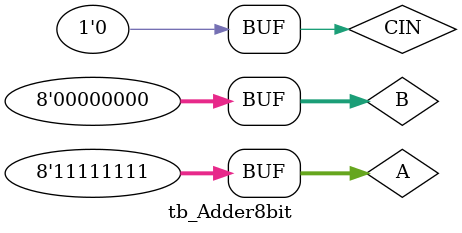
<source format=v>
`timescale 1ns / 1ps


module tb_Adder8bit;

	// Inputs
	reg [7:0] A;
	reg [7:0] B;
	reg CIN;

	// Outputs
	wire [7:0] SUM;
	wire CARRY;

	// Instantiate the Unit Under Test (UUT)
	Adder8bit uut (
		.A(A), 
		.B(B), 
		.CIN(CIN), 
		.SUM(SUM), 
		.CARRY(CARRY)
	);

	initial begin
		// Initialize Inputs
		A = 0;
		B = 0;
		CIN = 0;

		// Wait 100 ns for global reset to finish
		#100;
        
		// Add stimulus here
		A = 10;
		B = 5;
		#100;
		A = 2;
		B = 5;
		#100;
		A = 104;
		B = 10;
		#100;
		A = 64;
		B = 6;
		#100;
		A = 255;
		B = 0;
		#100;
	end
      
endmodule


</source>
